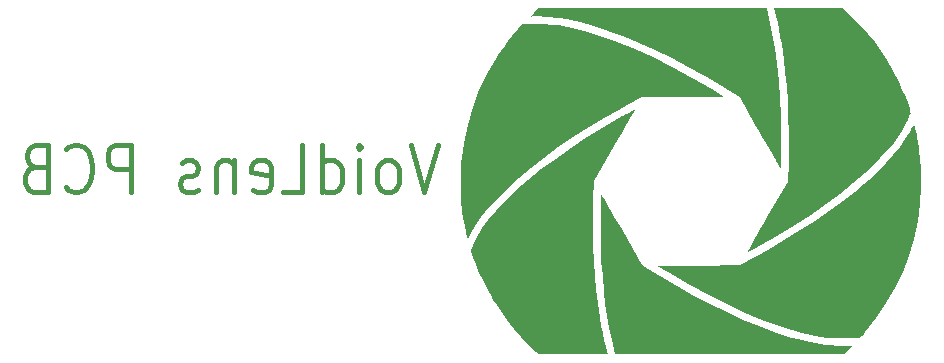
<source format=gbr>
%TF.GenerationSoftware,KiCad,Pcbnew,9.0.2*%
%TF.CreationDate,2025-07-30T22:52:36+05:30*%
%TF.ProjectId,VoidLens VR PCB,566f6964-4c65-46e7-9320-565220504342,rev?*%
%TF.SameCoordinates,Original*%
%TF.FileFunction,Legend,Bot*%
%TF.FilePolarity,Positive*%
%FSLAX46Y46*%
G04 Gerber Fmt 4.6, Leading zero omitted, Abs format (unit mm)*
G04 Created by KiCad (PCBNEW 9.0.2) date 2025-07-30 22:52:36*
%MOMM*%
%LPD*%
G01*
G04 APERTURE LIST*
%ADD10C,0.400000*%
%ADD11C,0.000000*%
G04 APERTURE END LIST*
D10*
X146403509Y-100789676D02*
X145236843Y-104789676D01*
X145236843Y-104789676D02*
X144070176Y-100789676D01*
X142403509Y-104789676D02*
X142736843Y-104599200D01*
X142736843Y-104599200D02*
X142903509Y-104408723D01*
X142903509Y-104408723D02*
X143070176Y-104027771D01*
X143070176Y-104027771D02*
X143070176Y-102884914D01*
X143070176Y-102884914D02*
X142903509Y-102503961D01*
X142903509Y-102503961D02*
X142736843Y-102313485D01*
X142736843Y-102313485D02*
X142403509Y-102123009D01*
X142403509Y-102123009D02*
X141903509Y-102123009D01*
X141903509Y-102123009D02*
X141570176Y-102313485D01*
X141570176Y-102313485D02*
X141403509Y-102503961D01*
X141403509Y-102503961D02*
X141236843Y-102884914D01*
X141236843Y-102884914D02*
X141236843Y-104027771D01*
X141236843Y-104027771D02*
X141403509Y-104408723D01*
X141403509Y-104408723D02*
X141570176Y-104599200D01*
X141570176Y-104599200D02*
X141903509Y-104789676D01*
X141903509Y-104789676D02*
X142403509Y-104789676D01*
X139736842Y-104789676D02*
X139736842Y-102123009D01*
X139736842Y-100789676D02*
X139903509Y-100980152D01*
X139903509Y-100980152D02*
X139736842Y-101170628D01*
X139736842Y-101170628D02*
X139570176Y-100980152D01*
X139570176Y-100980152D02*
X139736842Y-100789676D01*
X139736842Y-100789676D02*
X139736842Y-101170628D01*
X136570175Y-104789676D02*
X136570175Y-100789676D01*
X136570175Y-104599200D02*
X136903509Y-104789676D01*
X136903509Y-104789676D02*
X137570175Y-104789676D01*
X137570175Y-104789676D02*
X137903509Y-104599200D01*
X137903509Y-104599200D02*
X138070175Y-104408723D01*
X138070175Y-104408723D02*
X138236842Y-104027771D01*
X138236842Y-104027771D02*
X138236842Y-102884914D01*
X138236842Y-102884914D02*
X138070175Y-102503961D01*
X138070175Y-102503961D02*
X137903509Y-102313485D01*
X137903509Y-102313485D02*
X137570175Y-102123009D01*
X137570175Y-102123009D02*
X136903509Y-102123009D01*
X136903509Y-102123009D02*
X136570175Y-102313485D01*
X133236842Y-104789676D02*
X134903508Y-104789676D01*
X134903508Y-104789676D02*
X134903508Y-100789676D01*
X130736842Y-104599200D02*
X131070175Y-104789676D01*
X131070175Y-104789676D02*
X131736842Y-104789676D01*
X131736842Y-104789676D02*
X132070175Y-104599200D01*
X132070175Y-104599200D02*
X132236842Y-104218247D01*
X132236842Y-104218247D02*
X132236842Y-102694438D01*
X132236842Y-102694438D02*
X132070175Y-102313485D01*
X132070175Y-102313485D02*
X131736842Y-102123009D01*
X131736842Y-102123009D02*
X131070175Y-102123009D01*
X131070175Y-102123009D02*
X130736842Y-102313485D01*
X130736842Y-102313485D02*
X130570175Y-102694438D01*
X130570175Y-102694438D02*
X130570175Y-103075390D01*
X130570175Y-103075390D02*
X132236842Y-103456342D01*
X129070175Y-102123009D02*
X129070175Y-104789676D01*
X129070175Y-102503961D02*
X128903509Y-102313485D01*
X128903509Y-102313485D02*
X128570175Y-102123009D01*
X128570175Y-102123009D02*
X128070175Y-102123009D01*
X128070175Y-102123009D02*
X127736842Y-102313485D01*
X127736842Y-102313485D02*
X127570175Y-102694438D01*
X127570175Y-102694438D02*
X127570175Y-104789676D01*
X126070175Y-104599200D02*
X125736842Y-104789676D01*
X125736842Y-104789676D02*
X125070175Y-104789676D01*
X125070175Y-104789676D02*
X124736842Y-104599200D01*
X124736842Y-104599200D02*
X124570175Y-104218247D01*
X124570175Y-104218247D02*
X124570175Y-104027771D01*
X124570175Y-104027771D02*
X124736842Y-103646819D01*
X124736842Y-103646819D02*
X125070175Y-103456342D01*
X125070175Y-103456342D02*
X125570175Y-103456342D01*
X125570175Y-103456342D02*
X125903508Y-103265866D01*
X125903508Y-103265866D02*
X126070175Y-102884914D01*
X126070175Y-102884914D02*
X126070175Y-102694438D01*
X126070175Y-102694438D02*
X125903508Y-102313485D01*
X125903508Y-102313485D02*
X125570175Y-102123009D01*
X125570175Y-102123009D02*
X125070175Y-102123009D01*
X125070175Y-102123009D02*
X124736842Y-102313485D01*
X120403508Y-104789676D02*
X120403508Y-100789676D01*
X120403508Y-100789676D02*
X119070175Y-100789676D01*
X119070175Y-100789676D02*
X118736842Y-100980152D01*
X118736842Y-100980152D02*
X118570175Y-101170628D01*
X118570175Y-101170628D02*
X118403508Y-101551580D01*
X118403508Y-101551580D02*
X118403508Y-102123009D01*
X118403508Y-102123009D02*
X118570175Y-102503961D01*
X118570175Y-102503961D02*
X118736842Y-102694438D01*
X118736842Y-102694438D02*
X119070175Y-102884914D01*
X119070175Y-102884914D02*
X120403508Y-102884914D01*
X114903508Y-104408723D02*
X115070175Y-104599200D01*
X115070175Y-104599200D02*
X115570175Y-104789676D01*
X115570175Y-104789676D02*
X115903508Y-104789676D01*
X115903508Y-104789676D02*
X116403508Y-104599200D01*
X116403508Y-104599200D02*
X116736842Y-104218247D01*
X116736842Y-104218247D02*
X116903508Y-103837295D01*
X116903508Y-103837295D02*
X117070175Y-103075390D01*
X117070175Y-103075390D02*
X117070175Y-102503961D01*
X117070175Y-102503961D02*
X116903508Y-101742057D01*
X116903508Y-101742057D02*
X116736842Y-101361104D01*
X116736842Y-101361104D02*
X116403508Y-100980152D01*
X116403508Y-100980152D02*
X115903508Y-100789676D01*
X115903508Y-100789676D02*
X115570175Y-100789676D01*
X115570175Y-100789676D02*
X115070175Y-100980152D01*
X115070175Y-100980152D02*
X114903508Y-101170628D01*
X112236842Y-102694438D02*
X111736842Y-102884914D01*
X111736842Y-102884914D02*
X111570175Y-103075390D01*
X111570175Y-103075390D02*
X111403508Y-103456342D01*
X111403508Y-103456342D02*
X111403508Y-104027771D01*
X111403508Y-104027771D02*
X111570175Y-104408723D01*
X111570175Y-104408723D02*
X111736842Y-104599200D01*
X111736842Y-104599200D02*
X112070175Y-104789676D01*
X112070175Y-104789676D02*
X113403508Y-104789676D01*
X113403508Y-104789676D02*
X113403508Y-100789676D01*
X113403508Y-100789676D02*
X112236842Y-100789676D01*
X112236842Y-100789676D02*
X111903508Y-100980152D01*
X111903508Y-100980152D02*
X111736842Y-101170628D01*
X111736842Y-101170628D02*
X111570175Y-101551580D01*
X111570175Y-101551580D02*
X111570175Y-101932533D01*
X111570175Y-101932533D02*
X111736842Y-102313485D01*
X111736842Y-102313485D02*
X111903508Y-102503961D01*
X111903508Y-102503961D02*
X112236842Y-102694438D01*
X112236842Y-102694438D02*
X113403508Y-102694438D01*
D11*
%TO.C,G\u002A\u002A\u002A*%
G36*
X174416430Y-90146754D02*
G01*
X174418857Y-90156844D01*
X174685307Y-91374306D01*
X174910602Y-92642918D01*
X175095568Y-93972071D01*
X175241028Y-95371153D01*
X175347808Y-96849554D01*
X175416731Y-98416664D01*
X175448622Y-100081872D01*
X175444306Y-101854567D01*
X175431742Y-102892547D01*
X175008724Y-102159855D01*
X174965228Y-102084517D01*
X174819664Y-101832388D01*
X174625836Y-101496658D01*
X174392821Y-101093052D01*
X174129701Y-100637298D01*
X173845555Y-100145124D01*
X173549463Y-99632256D01*
X173250504Y-99114421D01*
X171915302Y-96801680D01*
X170971954Y-96207472D01*
X170406743Y-95855761D01*
X168988789Y-95010464D01*
X167569725Y-94216004D01*
X166159033Y-93476558D01*
X164766194Y-92796304D01*
X163400689Y-92179416D01*
X162071999Y-91630072D01*
X160789606Y-91152448D01*
X159562989Y-90750721D01*
X158401631Y-90429066D01*
X157315012Y-90191660D01*
X157245777Y-90179076D01*
X156814053Y-90109777D01*
X156351760Y-90048843D01*
X155884031Y-89998443D01*
X155436001Y-89960744D01*
X155032801Y-89937914D01*
X154699565Y-89932121D01*
X154461427Y-89945532D01*
X154153606Y-89985630D01*
X154518041Y-89615892D01*
X154882476Y-89246153D01*
X164541028Y-89246153D01*
X174199580Y-89246153D01*
X174416430Y-90146754D01*
G37*
G36*
X160199511Y-104999417D02*
G01*
X160276803Y-105124111D01*
X160405168Y-105338070D01*
X160579143Y-105631993D01*
X160793270Y-105996574D01*
X161042087Y-106422510D01*
X161320133Y-106900498D01*
X161621948Y-107421234D01*
X161942071Y-107975413D01*
X163685824Y-110999028D01*
X164628609Y-111592881D01*
X165194810Y-111945198D01*
X166612530Y-112790312D01*
X168031389Y-113584611D01*
X169441900Y-114323919D01*
X170834578Y-115004057D01*
X172199939Y-115620846D01*
X173528496Y-116170110D01*
X174810765Y-116647669D01*
X176037261Y-117049346D01*
X177198497Y-117370961D01*
X178284989Y-117608338D01*
X178354224Y-117620923D01*
X178785948Y-117690222D01*
X179248241Y-117751155D01*
X179715970Y-117801555D01*
X180164001Y-117839254D01*
X180567200Y-117862084D01*
X180900436Y-117867878D01*
X181138574Y-117854467D01*
X181446395Y-117814368D01*
X181081960Y-118184107D01*
X180717525Y-118553846D01*
X171058973Y-118553846D01*
X161400421Y-118553846D01*
X161183572Y-117653245D01*
X161113386Y-117355585D01*
X160900902Y-116361821D01*
X160717850Y-115344243D01*
X160561574Y-114283404D01*
X160429418Y-113159861D01*
X160318727Y-111954166D01*
X160226846Y-110646874D01*
X160226318Y-110638133D01*
X160214709Y-110392780D01*
X160203758Y-110065280D01*
X160193589Y-109670221D01*
X160184329Y-109222191D01*
X160176101Y-108735780D01*
X160169032Y-108225575D01*
X160163246Y-107706165D01*
X160158868Y-107192139D01*
X160156023Y-106698085D01*
X160154837Y-106238592D01*
X160155435Y-105828247D01*
X160157942Y-105481640D01*
X160162482Y-105213360D01*
X160169181Y-105037994D01*
X160178164Y-104970131D01*
X160199511Y-104999417D01*
G37*
G36*
X186743186Y-99219269D02*
G01*
X186788751Y-99377800D01*
X186846717Y-99625936D01*
X186899117Y-99866625D01*
X186969272Y-100227195D01*
X187038064Y-100616023D01*
X187096149Y-100982294D01*
X187128943Y-101215231D01*
X187275725Y-102746592D01*
X187304302Y-104272441D01*
X187216576Y-105786207D01*
X187014449Y-107281317D01*
X186699822Y-108751200D01*
X186274596Y-110189284D01*
X185740673Y-111588996D01*
X185099956Y-112943766D01*
X184354345Y-114247020D01*
X183505741Y-115492189D01*
X182556048Y-116672698D01*
X182435360Y-116809225D01*
X182270899Y-116982203D01*
X182145403Y-117087385D01*
X182035681Y-117142720D01*
X181918541Y-117166160D01*
X181868531Y-117170201D01*
X181681781Y-117179265D01*
X181413495Y-117187796D01*
X181091653Y-117194987D01*
X180744231Y-117200031D01*
X180161638Y-117192783D01*
X179459824Y-117146199D01*
X178743575Y-117054949D01*
X177994738Y-116915566D01*
X177195158Y-116724584D01*
X176326682Y-116478535D01*
X175371154Y-116173953D01*
X175291431Y-116147267D01*
X173857580Y-115629075D01*
X172386180Y-115025309D01*
X170870918Y-114332949D01*
X169305477Y-113548978D01*
X167683543Y-112670376D01*
X165998799Y-111694125D01*
X164960818Y-111074278D01*
X168441106Y-111043749D01*
X171921395Y-111013221D01*
X173201807Y-110320132D01*
X174357029Y-109679165D01*
X175716031Y-108885116D01*
X177040554Y-108068250D01*
X178313911Y-107239477D01*
X179519413Y-106409707D01*
X180640371Y-105589848D01*
X181660097Y-104790811D01*
X182046081Y-104470862D01*
X182852628Y-103765103D01*
X183609837Y-103051413D01*
X184307864Y-102340486D01*
X184936864Y-101643013D01*
X185486995Y-100969688D01*
X185948413Y-100331204D01*
X186311274Y-99738255D01*
X186421394Y-99536463D01*
X186549124Y-99308938D01*
X186636548Y-99182074D01*
X186696843Y-99153105D01*
X186743186Y-99219269D01*
G37*
G36*
X154863163Y-90620288D02*
G01*
X155064219Y-90620587D01*
X155510211Y-90624203D01*
X155870392Y-90633279D01*
X156170914Y-90649522D01*
X156437928Y-90674643D01*
X156697588Y-90710349D01*
X156976044Y-90758350D01*
X157433256Y-90848432D01*
X158747659Y-91166610D01*
X160126846Y-91584084D01*
X161567939Y-92099637D01*
X163068058Y-92712047D01*
X164624323Y-93420095D01*
X166233856Y-94222562D01*
X167893775Y-95118229D01*
X169601203Y-96105874D01*
X170639183Y-96725721D01*
X167158895Y-96756249D01*
X163678606Y-96786778D01*
X162398194Y-97479866D01*
X162096393Y-97644194D01*
X160618873Y-98477536D01*
X159203923Y-99323968D01*
X157856144Y-100179711D01*
X156580137Y-101040984D01*
X155380501Y-101904009D01*
X154261838Y-102765006D01*
X153228748Y-103620194D01*
X152285830Y-104465796D01*
X151437686Y-105298030D01*
X150688917Y-106113118D01*
X150044121Y-106907279D01*
X149507901Y-107676735D01*
X149084856Y-108417706D01*
X149076029Y-108435238D01*
X148986103Y-108607089D01*
X148931345Y-108683697D01*
X148895431Y-108678891D01*
X148862039Y-108606502D01*
X148849928Y-108571050D01*
X148795743Y-108369279D01*
X148731156Y-108077544D01*
X148660656Y-107720394D01*
X148588726Y-107322377D01*
X148519854Y-106908041D01*
X148458526Y-106501935D01*
X148409226Y-106128605D01*
X148370996Y-105730325D01*
X148339016Y-105212240D01*
X148317550Y-104637023D01*
X148306835Y-104034450D01*
X148307104Y-103434299D01*
X148318595Y-102866348D01*
X148341541Y-102360373D01*
X148376179Y-101946153D01*
X148565495Y-100622308D01*
X148889467Y-99094745D01*
X149320755Y-97623581D01*
X149860259Y-96206195D01*
X150508880Y-94839967D01*
X151267517Y-93522273D01*
X151464268Y-93221757D01*
X151731513Y-92836184D01*
X152031676Y-92420420D01*
X152344904Y-92001008D01*
X152651344Y-91604489D01*
X152931141Y-91257405D01*
X153164444Y-90986297D01*
X153496757Y-90619951D01*
X154863163Y-90620288D01*
G37*
G36*
X163010420Y-97911812D02*
G01*
X162944158Y-98038235D01*
X162825791Y-98253832D01*
X162660694Y-98549095D01*
X162454245Y-98914519D01*
X162211819Y-99340598D01*
X161938795Y-99817825D01*
X161640547Y-100336695D01*
X161322453Y-100887700D01*
X159597469Y-103869471D01*
X159536482Y-105487499D01*
X159528599Y-105715869D01*
X159508094Y-106874772D01*
X159515544Y-108105795D01*
X159549529Y-109376824D01*
X159608630Y-110655748D01*
X159691427Y-111910452D01*
X159796501Y-113108823D01*
X159922432Y-114218749D01*
X160006392Y-114825152D01*
X160108984Y-115483077D01*
X160221884Y-116138922D01*
X160340582Y-116768803D01*
X160460567Y-117348836D01*
X160577329Y-117855137D01*
X160686357Y-118263821D01*
X160771784Y-118553846D01*
X157838131Y-118553846D01*
X154904478Y-118553846D01*
X154467984Y-118153234D01*
X154053963Y-117755239D01*
X153445082Y-117112419D01*
X152831515Y-116402959D01*
X152236062Y-115654690D01*
X151681521Y-114895439D01*
X151190694Y-114153034D01*
X151079268Y-113970035D01*
X150838858Y-113550601D01*
X150593336Y-113092835D01*
X150349094Y-112611271D01*
X150112526Y-112120446D01*
X149890024Y-111634893D01*
X149687983Y-111169148D01*
X149512793Y-110737745D01*
X149370850Y-110355220D01*
X149268545Y-110036107D01*
X149212272Y-109794941D01*
X149208424Y-109646257D01*
X149225924Y-109588623D01*
X149309199Y-109383313D01*
X149437847Y-109111635D01*
X149597975Y-108800098D01*
X149775687Y-108475210D01*
X149957087Y-108163479D01*
X150128281Y-107891412D01*
X150611712Y-107215229D01*
X151302441Y-106376564D01*
X152104557Y-105519205D01*
X153013618Y-104646698D01*
X154025184Y-103762586D01*
X155134816Y-102870418D01*
X156338073Y-101973736D01*
X157630516Y-101076088D01*
X159007704Y-100181018D01*
X160465197Y-99292073D01*
X161998556Y-98412796D01*
X162006604Y-98408320D01*
X162320759Y-98235596D01*
X162596416Y-98087735D01*
X162816617Y-97973536D01*
X162964405Y-97901797D01*
X163022825Y-97881317D01*
X163010420Y-97911812D01*
G37*
G36*
X181132017Y-89646765D02*
G01*
X181546039Y-90044760D01*
X182154919Y-90687580D01*
X182768486Y-91397039D01*
X183363939Y-92145309D01*
X183918480Y-92904560D01*
X184409308Y-93646964D01*
X184517921Y-93825209D01*
X184758955Y-94245116D01*
X185005046Y-94703242D01*
X185249799Y-95185067D01*
X185486820Y-95676073D01*
X185709716Y-96161737D01*
X185912093Y-96627541D01*
X186087557Y-97058965D01*
X186229714Y-97441487D01*
X186332170Y-97760589D01*
X186388531Y-98001749D01*
X186392404Y-98150448D01*
X186376388Y-98203958D01*
X186293688Y-98409885D01*
X186164710Y-98683120D01*
X186003263Y-98997352D01*
X185823155Y-99326268D01*
X185638194Y-99643557D01*
X185462190Y-99922908D01*
X184955144Y-100629314D01*
X184264280Y-101462813D01*
X183462542Y-102315363D01*
X182554464Y-103183343D01*
X181544582Y-104063133D01*
X180437434Y-104951114D01*
X179237554Y-105843667D01*
X177949480Y-106737172D01*
X176577746Y-107628009D01*
X175126889Y-108512559D01*
X173601446Y-109387202D01*
X173593397Y-109391678D01*
X173279242Y-109564402D01*
X173003586Y-109712264D01*
X172783385Y-109826463D01*
X172635596Y-109898202D01*
X172577176Y-109918682D01*
X172589581Y-109888187D01*
X172655843Y-109761763D01*
X172774211Y-109546167D01*
X172939307Y-109250904D01*
X173145757Y-108885480D01*
X173388182Y-108459401D01*
X173661207Y-107982173D01*
X173959454Y-107463304D01*
X174277548Y-106912298D01*
X176002532Y-103930528D01*
X176063519Y-102312499D01*
X176071403Y-102084130D01*
X176091907Y-100925227D01*
X176084457Y-99694204D01*
X176050472Y-98423174D01*
X175991371Y-97144251D01*
X175908574Y-95889547D01*
X175803500Y-94691176D01*
X175677570Y-93581249D01*
X175593609Y-92974847D01*
X175491018Y-92316922D01*
X175378117Y-91661077D01*
X175259420Y-91031196D01*
X175139434Y-90451163D01*
X175022673Y-89944862D01*
X174913645Y-89536177D01*
X174828217Y-89246153D01*
X177761870Y-89246153D01*
X180695524Y-89246153D01*
X181132017Y-89646765D01*
G37*
%TD*%
M02*

</source>
